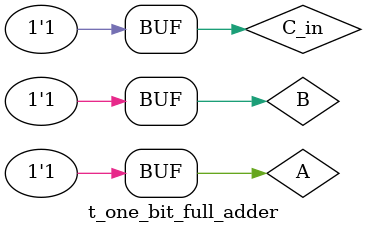
<source format=v>
`timescale 1ns/100ps


module t_one_bit_full_adder();
  reg A, B, C_in;
  wire C_out, S;
  one_bit_full_adder f(A, B, C_in, C_out, S);

  initial begin
    $dumpfile("one_bit.vcd");
    $dumpvars;
    A = 1'b0; B = 1'b0; C_in = 1'b0;
    #50
    A = 1'b0; B = 1'b0; C_in = 1'b1;
    #50
    A = 1'b1; B = 1'b1; C_in = 1'b0;
    #50
    A = 1'b1; B = 1'b1; C_in = 1'b1;
  end
endmodule




</source>
